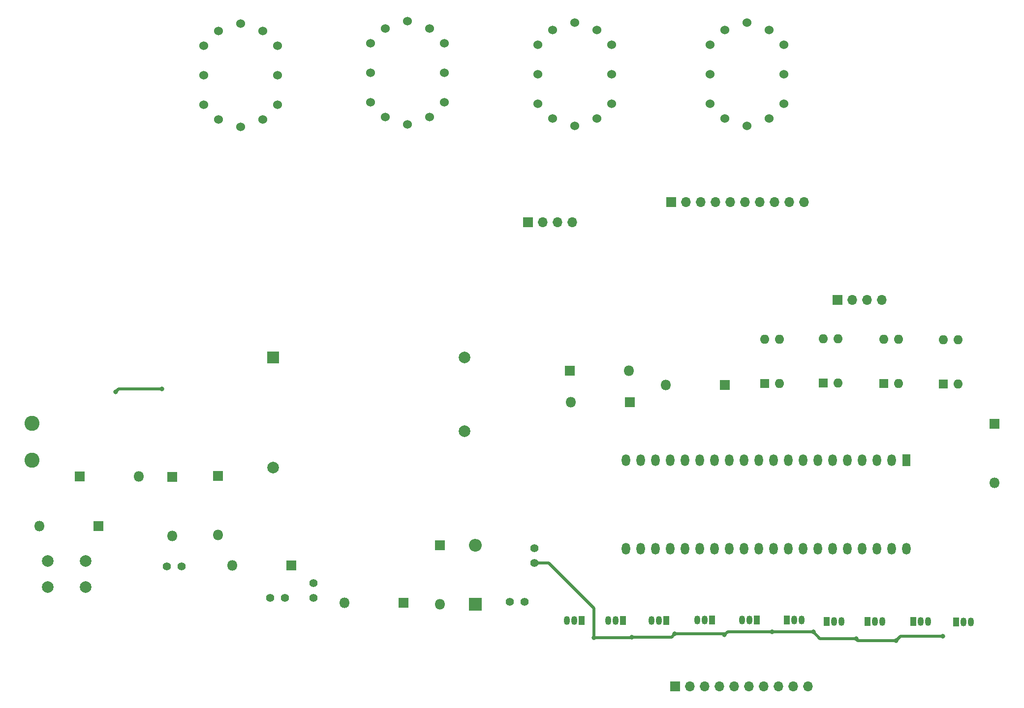
<source format=gbr>
%TF.GenerationSoftware,KiCad,Pcbnew,(5.1.6)-1*%
%TF.CreationDate,2020-11-06T18:28:59+03:00*%
%TF.ProjectId,_____  _____ V2,4145353c-3020-4204-9730-413e32205632,rev?*%
%TF.SameCoordinates,Original*%
%TF.FileFunction,Copper,L2,Bot*%
%TF.FilePolarity,Positive*%
%FSLAX46Y46*%
G04 Gerber Fmt 4.6, Leading zero omitted, Abs format (unit mm)*
G04 Created by KiCad (PCBNEW (5.1.6)-1) date 2020-11-06 18:28:59*
%MOMM*%
%LPD*%
G01*
G04 APERTURE LIST*
%TA.AperFunction,ComponentPad*%
%ADD10R,1.700000X1.700000*%
%TD*%
%TA.AperFunction,ComponentPad*%
%ADD11O,1.700000X1.700000*%
%TD*%
%TA.AperFunction,ComponentPad*%
%ADD12C,1.524000*%
%TD*%
%TA.AperFunction,ComponentPad*%
%ADD13O,1.600000X1.600000*%
%TD*%
%TA.AperFunction,ComponentPad*%
%ADD14R,1.600000X1.600000*%
%TD*%
%TA.AperFunction,ComponentPad*%
%ADD15O,1.800000X1.800000*%
%TD*%
%TA.AperFunction,ComponentPad*%
%ADD16R,1.800000X1.800000*%
%TD*%
%TA.AperFunction,ComponentPad*%
%ADD17R,1.050000X1.500000*%
%TD*%
%TA.AperFunction,ComponentPad*%
%ADD18O,1.050000X1.500000*%
%TD*%
%TA.AperFunction,ComponentPad*%
%ADD19O,1.440000X2.000000*%
%TD*%
%TA.AperFunction,ComponentPad*%
%ADD20R,1.440000X2.000000*%
%TD*%
%TA.AperFunction,ComponentPad*%
%ADD21O,2.200000X2.200000*%
%TD*%
%TA.AperFunction,ComponentPad*%
%ADD22R,2.200000X2.200000*%
%TD*%
%TA.AperFunction,ComponentPad*%
%ADD23C,2.000000*%
%TD*%
%TA.AperFunction,ComponentPad*%
%ADD24R,2.000000X2.000000*%
%TD*%
%TA.AperFunction,ComponentPad*%
%ADD25C,1.400000*%
%TD*%
%TA.AperFunction,ComponentPad*%
%ADD26C,2.600000*%
%TD*%
%TA.AperFunction,ViaPad*%
%ADD27C,0.800000*%
%TD*%
%TA.AperFunction,Conductor*%
%ADD28C,0.500000*%
%TD*%
G04 APERTURE END LIST*
D10*
%TO.P,REF\u002A\u002A,1*%
%TO.N,N/C*%
X218821000Y-76898500D03*
D11*
%TO.P,REF\u002A\u002A,2*%
X221361000Y-76898500D03*
%TO.P,REF\u002A\u002A,3*%
X223901000Y-76898500D03*
%TO.P,REF\u002A\u002A,4*%
X226441000Y-76898500D03*
%TD*%
D10*
%TO.P,REF\u002A\u002A,1*%
%TO.N,N/C*%
X190881000Y-143383000D03*
D11*
%TO.P,REF\u002A\u002A,2*%
X193421000Y-143383000D03*
%TO.P,REF\u002A\u002A,3*%
X195961000Y-143383000D03*
%TO.P,REF\u002A\u002A,4*%
X198501000Y-143383000D03*
%TO.P,REF\u002A\u002A,5*%
X201041000Y-143383000D03*
%TO.P,REF\u002A\u002A,6*%
X203581000Y-143383000D03*
%TO.P,REF\u002A\u002A,7*%
X206121000Y-143383000D03*
%TO.P,REF\u002A\u002A,8*%
X208661000Y-143383000D03*
%TO.P,REF\u002A\u002A,9*%
X211201000Y-143383000D03*
%TO.P,REF\u002A\u002A,10*%
X213741000Y-143383000D03*
%TD*%
D12*
%TO.P,D12,11*%
%TO.N,Net-(D11-Pad11)*%
X207073500Y-45656500D03*
%TO.P,D12,1*%
%TO.N,Net-(D12-Pad1)*%
X199453500Y-45656500D03*
%TO.P,D12,5*%
%TO.N,Net-(D11-Pad5)*%
X199453500Y-30416500D03*
%TO.P,D12,7*%
%TO.N,Net-(D11-Pad7)*%
X207073500Y-30416500D03*
%TO.P,D12,12*%
%TO.N,Net-(D12-Pad12)*%
X203263500Y-46926500D03*
%TO.P,D12,6*%
%TO.N,Net-(D11-Pad6)*%
X203263500Y-29146500D03*
%TO.P,D12,2*%
%TO.N,Net-(D11-Pad2)*%
X196913500Y-43116500D03*
%TO.P,D12,10*%
%TO.N,Net-(D11-Pad10)*%
X209613500Y-43116500D03*
%TO.P,D12,8*%
%TO.N,Net-(D11-Pad8)*%
X209613500Y-32956500D03*
%TO.P,D12,4*%
%TO.N,Net-(D11-Pad4)*%
X196913500Y-32956500D03*
%TO.P,D12,9*%
%TO.N,Net-(D11-Pad9)*%
X209613500Y-38036500D03*
%TO.P,D12,3*%
%TO.N,Net-(D11-Pad3)*%
X196913500Y-38036500D03*
%TD*%
D11*
%TO.P,REF\u002A\u002A,10*%
%TO.N,N/C*%
X213042500Y-60007500D03*
%TO.P,REF\u002A\u002A,9*%
X210502500Y-60007500D03*
%TO.P,REF\u002A\u002A,8*%
X207962500Y-60007500D03*
%TO.P,REF\u002A\u002A,7*%
X205422500Y-60007500D03*
%TO.P,REF\u002A\u002A,6*%
X202882500Y-60007500D03*
%TO.P,REF\u002A\u002A,5*%
X200342500Y-60007500D03*
%TO.P,REF\u002A\u002A,4*%
X197802500Y-60007500D03*
%TO.P,REF\u002A\u002A,3*%
X195262500Y-60007500D03*
%TO.P,REF\u002A\u002A,2*%
X192722500Y-60007500D03*
D10*
%TO.P,REF\u002A\u002A,1*%
X190182500Y-60007500D03*
%TD*%
D11*
%TO.P,REF\u002A\u002A,4*%
%TO.N,N/C*%
X173164500Y-63500000D03*
%TO.P,REF\u002A\u002A,3*%
X170624500Y-63500000D03*
%TO.P,REF\u002A\u002A,2*%
X168084500Y-63500000D03*
D10*
%TO.P,REF\u002A\u002A,1*%
X165544500Y-63500000D03*
%TD*%
D13*
%TO.P,U6,4*%
%TO.N,Net-(R14-Pad1)*%
X206248000Y-83629500D03*
%TO.P,U6,2*%
%TO.N,Net-(R15-Pad1)*%
X208788000Y-91249500D03*
%TO.P,U6,3*%
%TO.N,Net-(D9-Pad1)*%
X208788000Y-83629500D03*
D14*
%TO.P,U6,1*%
%TO.N,/Y4*%
X206248000Y-91249500D03*
%TD*%
D13*
%TO.P,U5,4*%
%TO.N,Net-(R14-Pad1)*%
X216344500Y-83566000D03*
%TO.P,U5,2*%
%TO.N,Net-(R15-Pad1)*%
X218884500Y-91186000D03*
%TO.P,U5,3*%
%TO.N,Net-(D11-Pad1)*%
X218884500Y-83566000D03*
D14*
%TO.P,U5,1*%
%TO.N,/Y3*%
X216344500Y-91186000D03*
%TD*%
D13*
%TO.P,U4,4*%
%TO.N,Net-(R14-Pad1)*%
X226758500Y-83629500D03*
%TO.P,U4,2*%
%TO.N,Net-(R15-Pad1)*%
X229298500Y-91249500D03*
%TO.P,U4,3*%
%TO.N,Net-(D12-Pad1)*%
X229298500Y-83629500D03*
D14*
%TO.P,U4,1*%
%TO.N,/Y2*%
X226758500Y-91249500D03*
%TD*%
D13*
%TO.P,U3,4*%
%TO.N,Net-(R14-Pad1)*%
X237045500Y-83693000D03*
%TO.P,U3,2*%
%TO.N,Net-(R15-Pad1)*%
X239585500Y-91313000D03*
%TO.P,U3,3*%
%TO.N,Net-(D14-Pad1)*%
X239585500Y-83693000D03*
D14*
%TO.P,U3,1*%
%TO.N,/Y1*%
X237045500Y-91313000D03*
%TD*%
D15*
%TO.P,R15,2*%
%TO.N,GND*%
X245808500Y-108394500D03*
D16*
%TO.P,R15,1*%
%TO.N,Net-(R15-Pad1)*%
X245808500Y-98234500D03*
%TD*%
D15*
%TO.P,R14,2*%
%TO.N,Net-(D3-Pad3)*%
X189230000Y-91503500D03*
D16*
%TO.P,R14,1*%
%TO.N,Net-(R14-Pad1)*%
X199390000Y-91503500D03*
%TD*%
D15*
%TO.P,R13,2*%
%TO.N,GND*%
X172910500Y-94488000D03*
D16*
%TO.P,R13,1*%
%TO.N,/V_IND*%
X183070500Y-94488000D03*
%TD*%
D15*
%TO.P,R12,2*%
%TO.N,/V_IND*%
X182880000Y-89090500D03*
D16*
%TO.P,R12,1*%
%TO.N,Net-(D3-Pad3)*%
X172720000Y-89090500D03*
%TD*%
D15*
%TO.P,R7,2*%
%TO.N,GND*%
X133985000Y-129032000D03*
D16*
%TO.P,R7,1*%
%TO.N,Net-(R6-Pad2)*%
X144145000Y-129032000D03*
%TD*%
D15*
%TO.P,R6,2*%
%TO.N,Net-(R6-Pad2)*%
X150431500Y-129286000D03*
D16*
%TO.P,R6,1*%
%TO.N,/V*%
X150431500Y-119126000D03*
%TD*%
D15*
%TO.P,R5,2*%
%TO.N,GND*%
X114681000Y-122618500D03*
D16*
%TO.P,R5,1*%
%TO.N,/P_PUT*%
X124841000Y-122618500D03*
%TD*%
D15*
%TO.P,R4,2*%
%TO.N,/P_PUT*%
X112204500Y-117348000D03*
D16*
%TO.P,R4,1*%
%TO.N,Net-(C3-Pad1)*%
X112204500Y-107188000D03*
%TD*%
D15*
%TO.P,R3,2*%
%TO.N,Net-(C1-Pad1)*%
X104330500Y-117538500D03*
D16*
%TO.P,R3,1*%
%TO.N,Net-(D1-Pad3)*%
X104330500Y-107378500D03*
%TD*%
D15*
%TO.P,R2,2*%
%TO.N,Net-(D1-Pad3)*%
X98552000Y-107251500D03*
D16*
%TO.P,R2,1*%
%TO.N,Net-(BT1-Pad1)*%
X88392000Y-107251500D03*
%TD*%
D15*
%TO.P,R1,2*%
%TO.N,GND*%
X81470500Y-115824000D03*
D16*
%TO.P,R1,1*%
%TO.N,/KEY*%
X91630500Y-115824000D03*
%TD*%
D17*
%TO.P,Q15,1*%
%TO.N,GND*%
X174815500Y-132080000D03*
D18*
%TO.P,Q15,3*%
%TO.N,Net-(D11-Pad2)*%
X172275500Y-132080000D03*
%TO.P,Q15,2*%
%TO.N,/X0*%
X173545500Y-132080000D03*
%TD*%
D17*
%TO.P,Q14,1*%
%TO.N,GND*%
X181864000Y-132080000D03*
D18*
%TO.P,Q14,3*%
%TO.N,Net-(D11-Pad3)*%
X179324000Y-132080000D03*
%TO.P,Q14,2*%
%TO.N,/X9*%
X180594000Y-132080000D03*
%TD*%
D17*
%TO.P,Q13,1*%
%TO.N,GND*%
X189357500Y-132101500D03*
D18*
%TO.P,Q13,3*%
%TO.N,Net-(D11-Pad4)*%
X186817500Y-132101500D03*
%TO.P,Q13,2*%
%TO.N,/X8*%
X188087500Y-132101500D03*
%TD*%
D17*
%TO.P,Q12,1*%
%TO.N,GND*%
X197231000Y-131953000D03*
D18*
%TO.P,Q12,3*%
%TO.N,Net-(D11-Pad5)*%
X194691000Y-131953000D03*
%TO.P,Q12,2*%
%TO.N,/X7*%
X195961000Y-131953000D03*
%TD*%
D17*
%TO.P,Q11,1*%
%TO.N,GND*%
X204914500Y-132016500D03*
D18*
%TO.P,Q11,3*%
%TO.N,Net-(D11-Pad6)*%
X202374500Y-132016500D03*
%TO.P,Q11,2*%
%TO.N,/X6*%
X203644500Y-132016500D03*
%TD*%
D17*
%TO.P,Q10,1*%
%TO.N,GND*%
X223964500Y-132270500D03*
D18*
%TO.P,Q10,3*%
%TO.N,Net-(D11-Pad7)*%
X226504500Y-132270500D03*
%TO.P,Q10,2*%
%TO.N,/X5*%
X225234500Y-132270500D03*
%TD*%
D17*
%TO.P,Q9,1*%
%TO.N,GND*%
X231838500Y-132270500D03*
D18*
%TO.P,Q9,3*%
%TO.N,Net-(D11-Pad8)*%
X234378500Y-132270500D03*
%TO.P,Q9,2*%
%TO.N,/X4*%
X233108500Y-132270500D03*
%TD*%
D17*
%TO.P,Q8,1*%
%TO.N,GND*%
X239204500Y-132334000D03*
D18*
%TO.P,Q8,3*%
%TO.N,Net-(D11-Pad9)*%
X241744500Y-132334000D03*
%TO.P,Q8,2*%
%TO.N,/X3*%
X240474500Y-132334000D03*
%TD*%
D17*
%TO.P,Q7,1*%
%TO.N,GND*%
X216979500Y-132207000D03*
D18*
%TO.P,Q7,3*%
%TO.N,Net-(D11-Pad10)*%
X219519500Y-132207000D03*
%TO.P,Q7,2*%
%TO.N,/X2*%
X218249500Y-132207000D03*
%TD*%
D17*
%TO.P,Q6,1*%
%TO.N,GND*%
X210121500Y-131953000D03*
D18*
%TO.P,Q6,3*%
%TO.N,Net-(D11-Pad11)*%
X212661500Y-131953000D03*
%TO.P,Q6,2*%
%TO.N,/X1*%
X211391500Y-131953000D03*
%TD*%
D12*
%TO.P,D14,11*%
%TO.N,Net-(D11-Pad11)*%
X148590000Y-45339000D03*
%TO.P,D14,1*%
%TO.N,Net-(D14-Pad1)*%
X140970000Y-45339000D03*
%TO.P,D14,5*%
%TO.N,Net-(D11-Pad5)*%
X140970000Y-30099000D03*
%TO.P,D14,7*%
%TO.N,Net-(D11-Pad7)*%
X148590000Y-30099000D03*
%TO.P,D14,12*%
%TO.N,Net-(D14-Pad12)*%
X144780000Y-46609000D03*
%TO.P,D14,6*%
%TO.N,Net-(D11-Pad6)*%
X144780000Y-28829000D03*
%TO.P,D14,2*%
%TO.N,Net-(D11-Pad2)*%
X138430000Y-42799000D03*
%TO.P,D14,10*%
%TO.N,Net-(D11-Pad10)*%
X151130000Y-42799000D03*
%TO.P,D14,8*%
%TO.N,Net-(D11-Pad8)*%
X151130000Y-32639000D03*
%TO.P,D14,4*%
%TO.N,Net-(D11-Pad4)*%
X138430000Y-32639000D03*
%TO.P,D14,9*%
%TO.N,Net-(D11-Pad9)*%
X151130000Y-37719000D03*
%TO.P,D14,3*%
%TO.N,Net-(D11-Pad3)*%
X138430000Y-37719000D03*
%TD*%
D19*
%TO.P,D13,21*%
%TO.N,Net-(D13-Pad21)*%
X182372000Y-119697500D03*
%TO.P,D13,20*%
%TO.N,Net-(D13-Pad20)*%
X182372000Y-104457500D03*
%TO.P,D13,22*%
%TO.N,Net-(D13-Pad22)*%
X184912000Y-119697500D03*
%TO.P,D13,19*%
%TO.N,GND*%
X184912000Y-104457500D03*
%TO.P,D13,23*%
%TO.N,Net-(D13-Pad23)*%
X187452000Y-119697500D03*
%TO.P,D13,18*%
%TO.N,/V*%
X187452000Y-104457500D03*
%TO.P,D13,24*%
%TO.N,Net-(D13-Pad24)*%
X189992000Y-119697500D03*
%TO.P,D13,17*%
%TO.N,/X0*%
X189992000Y-104457500D03*
%TO.P,D13,25*%
%TO.N,/V_IND*%
X192532000Y-119697500D03*
%TO.P,D13,16*%
%TO.N,/X9*%
X192532000Y-104457500D03*
%TO.P,D13,26*%
%TO.N,Net-(D13-Pad26)*%
X195072000Y-119697500D03*
%TO.P,D13,15*%
%TO.N,/X8*%
X195072000Y-104457500D03*
%TO.P,D13,27*%
%TO.N,Net-(D13-Pad27)*%
X197612000Y-119697500D03*
%TO.P,D13,14*%
%TO.N,/X7*%
X197612000Y-104457500D03*
%TO.P,D13,28*%
%TO.N,Net-(D13-Pad28)*%
X200152000Y-119697500D03*
%TO.P,D13,13*%
%TO.N,/X6*%
X200152000Y-104457500D03*
%TO.P,D13,29*%
%TO.N,Net-(D13-Pad29)*%
X202692000Y-119697500D03*
%TO.P,D13,12*%
%TO.N,Net-(D13-Pad12)*%
X202692000Y-104457500D03*
%TO.P,D13,30*%
%TO.N,Net-(D13-Pad30)*%
X205232000Y-119697500D03*
%TO.P,D13,11*%
%TO.N,Net-(D13-Pad11)*%
X205232000Y-104457500D03*
%TO.P,D13,31*%
%TO.N,Net-(D13-Pad31)*%
X207772000Y-119697500D03*
%TO.P,D13,10*%
%TO.N,/Y4*%
X207772000Y-104457500D03*
%TO.P,D13,32*%
%TO.N,Net-(D13-Pad32)*%
X210312000Y-119697500D03*
%TO.P,D13,9*%
%TO.N,/Y3*%
X210312000Y-104457500D03*
%TO.P,D13,33*%
%TO.N,/X1*%
X212852000Y-119697500D03*
%TO.P,D13,8*%
%TO.N,/Y2*%
X212852000Y-104457500D03*
%TO.P,D13,34*%
%TO.N,/X2*%
X215392000Y-119697500D03*
%TO.P,D13,7*%
%TO.N,/Y1*%
X215392000Y-104457500D03*
%TO.P,D13,35*%
%TO.N,/X5*%
X217932000Y-119697500D03*
%TO.P,D13,6*%
%TO.N,Net-(D13-Pad6)*%
X217932000Y-104457500D03*
%TO.P,D13,36*%
%TO.N,/X4*%
X220472000Y-119697500D03*
%TO.P,D13,5*%
%TO.N,Net-(D13-Pad5)*%
X220472000Y-104457500D03*
%TO.P,D13,37*%
%TO.N,Net-(D13-Pad37)*%
X223012000Y-119697500D03*
%TO.P,D13,4*%
%TO.N,Net-(D13-Pad4)*%
X223012000Y-104457500D03*
%TO.P,D13,38*%
%TO.N,Net-(D13-Pad38)*%
X225552000Y-119697500D03*
%TO.P,D13,3*%
%TO.N,Net-(D13-Pad3)*%
X225552000Y-104457500D03*
%TO.P,D13,39*%
%TO.N,Net-(D13-Pad39)*%
X228092000Y-119697500D03*
%TO.P,D13,2*%
%TO.N,Net-(D13-Pad2)*%
X228092000Y-104457500D03*
%TO.P,D13,40*%
%TO.N,Net-(D13-Pad40)*%
X230632000Y-119697500D03*
D20*
%TO.P,D13,1*%
%TO.N,/X3*%
X230632000Y-104457500D03*
%TD*%
D12*
%TO.P,D11,11*%
%TO.N,Net-(D11-Pad11)*%
X119888000Y-45783500D03*
%TO.P,D11,1*%
%TO.N,Net-(D11-Pad1)*%
X112268000Y-45783500D03*
%TO.P,D11,5*%
%TO.N,Net-(D11-Pad5)*%
X112268000Y-30543500D03*
%TO.P,D11,7*%
%TO.N,Net-(D11-Pad7)*%
X119888000Y-30543500D03*
%TO.P,D11,12*%
%TO.N,Net-(D11-Pad12)*%
X116078000Y-47053500D03*
%TO.P,D11,6*%
%TO.N,Net-(D11-Pad6)*%
X116078000Y-29273500D03*
%TO.P,D11,2*%
%TO.N,Net-(D11-Pad2)*%
X109728000Y-43243500D03*
%TO.P,D11,10*%
%TO.N,Net-(D11-Pad10)*%
X122428000Y-43243500D03*
%TO.P,D11,8*%
%TO.N,Net-(D11-Pad8)*%
X122428000Y-33083500D03*
%TO.P,D11,4*%
%TO.N,Net-(D11-Pad4)*%
X109728000Y-33083500D03*
%TO.P,D11,9*%
%TO.N,Net-(D11-Pad9)*%
X122428000Y-38163500D03*
%TO.P,D11,3*%
%TO.N,Net-(D11-Pad3)*%
X109728000Y-38163500D03*
%TD*%
%TO.P,D9,11*%
%TO.N,Net-(D11-Pad11)*%
X177419000Y-45656500D03*
%TO.P,D9,1*%
%TO.N,Net-(D9-Pad1)*%
X169799000Y-45656500D03*
%TO.P,D9,5*%
%TO.N,Net-(D11-Pad5)*%
X169799000Y-30416500D03*
%TO.P,D9,7*%
%TO.N,Net-(D11-Pad7)*%
X177419000Y-30416500D03*
%TO.P,D9,12*%
%TO.N,Net-(D9-Pad12)*%
X173609000Y-46926500D03*
%TO.P,D9,6*%
%TO.N,Net-(D11-Pad6)*%
X173609000Y-29146500D03*
%TO.P,D9,2*%
%TO.N,Net-(D11-Pad2)*%
X167259000Y-43116500D03*
%TO.P,D9,10*%
%TO.N,Net-(D11-Pad10)*%
X179959000Y-43116500D03*
%TO.P,D9,8*%
%TO.N,Net-(D11-Pad8)*%
X179959000Y-32956500D03*
%TO.P,D9,4*%
%TO.N,Net-(D11-Pad4)*%
X167259000Y-32956500D03*
%TO.P,D9,9*%
%TO.N,Net-(D11-Pad9)*%
X179959000Y-38036500D03*
%TO.P,D9,3*%
%TO.N,Net-(D11-Pad3)*%
X167259000Y-38036500D03*
%TD*%
D21*
%TO.P,D5,2*%
%TO.N,/V*%
X156464000Y-119126000D03*
D22*
%TO.P,D5,1*%
%TO.N,Net-(C7-Pad1)*%
X156464000Y-129286000D03*
%TD*%
D23*
%TO.P,D3,4*%
%TO.N,GND*%
X154666000Y-99441000D03*
%TO.P,D3,3*%
%TO.N,Net-(D3-Pad3)*%
X154666000Y-86741000D03*
%TO.P,D3,2*%
%TO.N,GND*%
X121666000Y-105741000D03*
D24*
%TO.P,D3,1*%
%TO.N,Net-(C3-Pad1)*%
X121666000Y-86741000D03*
%TD*%
D23*
%TO.P,CB1,1*%
%TO.N,Net-(C1-Pad1)*%
X89431000Y-121793000D03*
%TO.P,CB1,2*%
%TO.N,GND*%
X89431000Y-126293000D03*
%TO.P,CB1,1*%
%TO.N,Net-(C1-Pad1)*%
X82931000Y-121793000D03*
%TO.P,CB1,2*%
%TO.N,GND*%
X82931000Y-126293000D03*
%TD*%
D25*
%TO.P,C8,2*%
%TO.N,GND*%
X166624000Y-122174000D03*
%TO.P,C8,1*%
%TO.N,/V*%
X166624000Y-119634000D03*
%TD*%
%TO.P,C7,2*%
%TO.N,GND*%
X164973000Y-128841500D03*
%TO.P,C7,1*%
%TO.N,Net-(C7-Pad1)*%
X162433000Y-128841500D03*
%TD*%
%TO.P,C3,2*%
%TO.N,GND*%
X128651000Y-128206500D03*
%TO.P,C3,1*%
%TO.N,Net-(C3-Pad1)*%
X128651000Y-125666500D03*
%TD*%
%TO.P,C2,2*%
%TO.N,GND*%
X121158000Y-128206500D03*
%TO.P,C2,1*%
%TO.N,/P_PUT*%
X123698000Y-128206500D03*
%TD*%
%TO.P,C1,2*%
%TO.N,GND*%
X105981500Y-122745500D03*
%TO.P,C1,1*%
%TO.N,Net-(C1-Pad1)*%
X103441500Y-122745500D03*
%TD*%
D26*
%TO.P,BT1,1*%
%TO.N,Net-(BT1-Pad1)*%
X80200500Y-98077500D03*
X80200500Y-104457500D03*
%TD*%
D27*
%TO.N,GND*%
X94615000Y-92710000D03*
X102552500Y-92202000D03*
X176911000Y-135001000D03*
X183451500Y-134937500D03*
X190817500Y-134366000D03*
X199326500Y-134556500D03*
X207518000Y-133985000D03*
X214630000Y-134048500D03*
X221996000Y-135191500D03*
X228917500Y-135509000D03*
X236918500Y-134810500D03*
%TD*%
D28*
%TO.N,GND*%
X95123000Y-92202000D02*
X94615000Y-92710000D01*
X102552500Y-92202000D02*
X95123000Y-92202000D01*
X229616000Y-134810500D02*
X228917500Y-135509000D01*
X236918500Y-134810500D02*
X229616000Y-134810500D01*
X222313500Y-135509000D02*
X221996000Y-135191500D01*
X228917500Y-135509000D02*
X222313500Y-135509000D01*
X215773000Y-135191500D02*
X214630000Y-134048500D01*
X221996000Y-135191500D02*
X215773000Y-135191500D01*
X207581500Y-134048500D02*
X207518000Y-133985000D01*
X214630000Y-134048500D02*
X207581500Y-134048500D01*
X199898000Y-133985000D02*
X199326500Y-134556500D01*
X207518000Y-133985000D02*
X199898000Y-133985000D01*
X199136000Y-134366000D02*
X199326500Y-134556500D01*
X190817500Y-134366000D02*
X199136000Y-134366000D01*
X183388000Y-135001000D02*
X183451500Y-134937500D01*
X176911000Y-135001000D02*
X183388000Y-135001000D01*
X190246000Y-134937500D02*
X190817500Y-134366000D01*
X183451500Y-134937500D02*
X190246000Y-134937500D01*
X176911000Y-135001000D02*
X176911000Y-129984500D01*
X169100500Y-122174000D02*
X166624000Y-122174000D01*
X176911000Y-129984500D02*
X169100500Y-122174000D01*
%TD*%
M02*

</source>
